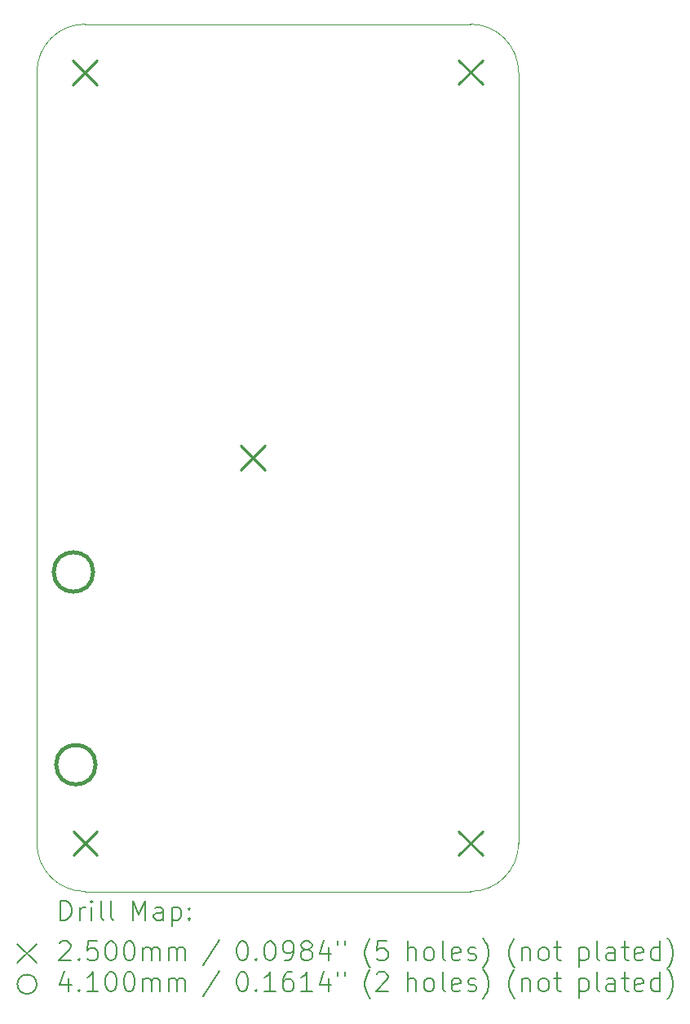
<source format=gbr>
%TF.GenerationSoftware,KiCad,Pcbnew,(7.0.0-0)*%
%TF.CreationDate,2023-05-15T11:59:51-04:00*%
%TF.ProjectId,4dapter,34646170-7465-4722-9e6b-696361645f70,rev?*%
%TF.SameCoordinates,Original*%
%TF.FileFunction,Drillmap*%
%TF.FilePolarity,Positive*%
%FSLAX45Y45*%
G04 Gerber Fmt 4.5, Leading zero omitted, Abs format (unit mm)*
G04 Created by KiCad (PCBNEW (7.0.0-0)) date 2023-05-15 11:59:51*
%MOMM*%
%LPD*%
G01*
G04 APERTURE LIST*
%ADD10C,0.050000*%
%ADD11C,0.200000*%
%ADD12C,0.250000*%
%ADD13C,0.410000*%
G04 APERTURE END LIST*
D10*
X15000000Y-5500000D02*
X15000000Y-13500000D01*
X10000000Y-5500000D02*
X10000000Y-13500000D01*
X15000000Y-5500000D02*
G75*
G03*
X14500000Y-5000000I-500000J0D01*
G01*
X14500000Y-14000000D02*
X10500000Y-14000000D01*
X10000000Y-13500000D02*
G75*
G03*
X10500000Y-14000000I500000J0D01*
G01*
X10500000Y-5000000D02*
X14500000Y-5000000D01*
X10500000Y-5000000D02*
G75*
G03*
X10000000Y-5500000I0J-500000D01*
G01*
X14500000Y-14000000D02*
G75*
G03*
X15000000Y-13500000I0J500000D01*
G01*
D11*
D12*
X10372820Y-5376640D02*
X10622820Y-5626640D01*
X10622820Y-5376640D02*
X10372820Y-5626640D01*
X10375000Y-13375000D02*
X10625000Y-13625000D01*
X10625000Y-13375000D02*
X10375000Y-13625000D01*
X12117223Y-9375000D02*
X12367223Y-9625000D01*
X12367223Y-9375000D02*
X12117223Y-9625000D01*
X14375000Y-5375000D02*
X14625000Y-5625000D01*
X14625000Y-5375000D02*
X14375000Y-5625000D01*
X14375000Y-13375000D02*
X14625000Y-13625000D01*
X14625000Y-13375000D02*
X14375000Y-13625000D01*
D13*
X10584320Y-10684560D02*
G75*
G03*
X10584320Y-10684560I-205000J0D01*
G01*
X10609320Y-12684560D02*
G75*
G03*
X10609320Y-12684560I-205000J0D01*
G01*
D11*
X10245119Y-14295976D02*
X10245119Y-14095976D01*
X10245119Y-14095976D02*
X10292738Y-14095976D01*
X10292738Y-14095976D02*
X10321310Y-14105500D01*
X10321310Y-14105500D02*
X10340357Y-14124548D01*
X10340357Y-14124548D02*
X10349881Y-14143595D01*
X10349881Y-14143595D02*
X10359405Y-14181690D01*
X10359405Y-14181690D02*
X10359405Y-14210262D01*
X10359405Y-14210262D02*
X10349881Y-14248357D01*
X10349881Y-14248357D02*
X10340357Y-14267405D01*
X10340357Y-14267405D02*
X10321310Y-14286452D01*
X10321310Y-14286452D02*
X10292738Y-14295976D01*
X10292738Y-14295976D02*
X10245119Y-14295976D01*
X10445119Y-14295976D02*
X10445119Y-14162643D01*
X10445119Y-14200738D02*
X10454643Y-14181690D01*
X10454643Y-14181690D02*
X10464167Y-14172167D01*
X10464167Y-14172167D02*
X10483214Y-14162643D01*
X10483214Y-14162643D02*
X10502262Y-14162643D01*
X10568929Y-14295976D02*
X10568929Y-14162643D01*
X10568929Y-14095976D02*
X10559405Y-14105500D01*
X10559405Y-14105500D02*
X10568929Y-14115024D01*
X10568929Y-14115024D02*
X10578452Y-14105500D01*
X10578452Y-14105500D02*
X10568929Y-14095976D01*
X10568929Y-14095976D02*
X10568929Y-14115024D01*
X10692738Y-14295976D02*
X10673690Y-14286452D01*
X10673690Y-14286452D02*
X10664167Y-14267405D01*
X10664167Y-14267405D02*
X10664167Y-14095976D01*
X10797500Y-14295976D02*
X10778452Y-14286452D01*
X10778452Y-14286452D02*
X10768929Y-14267405D01*
X10768929Y-14267405D02*
X10768929Y-14095976D01*
X10993690Y-14295976D02*
X10993690Y-14095976D01*
X10993690Y-14095976D02*
X11060357Y-14238833D01*
X11060357Y-14238833D02*
X11127024Y-14095976D01*
X11127024Y-14095976D02*
X11127024Y-14295976D01*
X11307976Y-14295976D02*
X11307976Y-14191214D01*
X11307976Y-14191214D02*
X11298452Y-14172167D01*
X11298452Y-14172167D02*
X11279405Y-14162643D01*
X11279405Y-14162643D02*
X11241309Y-14162643D01*
X11241309Y-14162643D02*
X11222262Y-14172167D01*
X11307976Y-14286452D02*
X11288928Y-14295976D01*
X11288928Y-14295976D02*
X11241309Y-14295976D01*
X11241309Y-14295976D02*
X11222262Y-14286452D01*
X11222262Y-14286452D02*
X11212738Y-14267405D01*
X11212738Y-14267405D02*
X11212738Y-14248357D01*
X11212738Y-14248357D02*
X11222262Y-14229309D01*
X11222262Y-14229309D02*
X11241309Y-14219786D01*
X11241309Y-14219786D02*
X11288928Y-14219786D01*
X11288928Y-14219786D02*
X11307976Y-14210262D01*
X11403214Y-14162643D02*
X11403214Y-14362643D01*
X11403214Y-14172167D02*
X11422262Y-14162643D01*
X11422262Y-14162643D02*
X11460357Y-14162643D01*
X11460357Y-14162643D02*
X11479405Y-14172167D01*
X11479405Y-14172167D02*
X11488928Y-14181690D01*
X11488928Y-14181690D02*
X11498452Y-14200738D01*
X11498452Y-14200738D02*
X11498452Y-14257881D01*
X11498452Y-14257881D02*
X11488928Y-14276928D01*
X11488928Y-14276928D02*
X11479405Y-14286452D01*
X11479405Y-14286452D02*
X11460357Y-14295976D01*
X11460357Y-14295976D02*
X11422262Y-14295976D01*
X11422262Y-14295976D02*
X11403214Y-14286452D01*
X11584167Y-14276928D02*
X11593690Y-14286452D01*
X11593690Y-14286452D02*
X11584167Y-14295976D01*
X11584167Y-14295976D02*
X11574643Y-14286452D01*
X11574643Y-14286452D02*
X11584167Y-14276928D01*
X11584167Y-14276928D02*
X11584167Y-14295976D01*
X11584167Y-14172167D02*
X11593690Y-14181690D01*
X11593690Y-14181690D02*
X11584167Y-14191214D01*
X11584167Y-14191214D02*
X11574643Y-14181690D01*
X11574643Y-14181690D02*
X11584167Y-14172167D01*
X11584167Y-14172167D02*
X11584167Y-14191214D01*
X9797500Y-14542500D02*
X9997500Y-14742500D01*
X9997500Y-14542500D02*
X9797500Y-14742500D01*
X10235595Y-14535024D02*
X10245119Y-14525500D01*
X10245119Y-14525500D02*
X10264167Y-14515976D01*
X10264167Y-14515976D02*
X10311786Y-14515976D01*
X10311786Y-14515976D02*
X10330833Y-14525500D01*
X10330833Y-14525500D02*
X10340357Y-14535024D01*
X10340357Y-14535024D02*
X10349881Y-14554071D01*
X10349881Y-14554071D02*
X10349881Y-14573119D01*
X10349881Y-14573119D02*
X10340357Y-14601690D01*
X10340357Y-14601690D02*
X10226071Y-14715976D01*
X10226071Y-14715976D02*
X10349881Y-14715976D01*
X10435595Y-14696928D02*
X10445119Y-14706452D01*
X10445119Y-14706452D02*
X10435595Y-14715976D01*
X10435595Y-14715976D02*
X10426071Y-14706452D01*
X10426071Y-14706452D02*
X10435595Y-14696928D01*
X10435595Y-14696928D02*
X10435595Y-14715976D01*
X10626071Y-14515976D02*
X10530833Y-14515976D01*
X10530833Y-14515976D02*
X10521310Y-14611214D01*
X10521310Y-14611214D02*
X10530833Y-14601690D01*
X10530833Y-14601690D02*
X10549881Y-14592167D01*
X10549881Y-14592167D02*
X10597500Y-14592167D01*
X10597500Y-14592167D02*
X10616548Y-14601690D01*
X10616548Y-14601690D02*
X10626071Y-14611214D01*
X10626071Y-14611214D02*
X10635595Y-14630262D01*
X10635595Y-14630262D02*
X10635595Y-14677881D01*
X10635595Y-14677881D02*
X10626071Y-14696928D01*
X10626071Y-14696928D02*
X10616548Y-14706452D01*
X10616548Y-14706452D02*
X10597500Y-14715976D01*
X10597500Y-14715976D02*
X10549881Y-14715976D01*
X10549881Y-14715976D02*
X10530833Y-14706452D01*
X10530833Y-14706452D02*
X10521310Y-14696928D01*
X10759405Y-14515976D02*
X10778452Y-14515976D01*
X10778452Y-14515976D02*
X10797500Y-14525500D01*
X10797500Y-14525500D02*
X10807024Y-14535024D01*
X10807024Y-14535024D02*
X10816548Y-14554071D01*
X10816548Y-14554071D02*
X10826071Y-14592167D01*
X10826071Y-14592167D02*
X10826071Y-14639786D01*
X10826071Y-14639786D02*
X10816548Y-14677881D01*
X10816548Y-14677881D02*
X10807024Y-14696928D01*
X10807024Y-14696928D02*
X10797500Y-14706452D01*
X10797500Y-14706452D02*
X10778452Y-14715976D01*
X10778452Y-14715976D02*
X10759405Y-14715976D01*
X10759405Y-14715976D02*
X10740357Y-14706452D01*
X10740357Y-14706452D02*
X10730833Y-14696928D01*
X10730833Y-14696928D02*
X10721310Y-14677881D01*
X10721310Y-14677881D02*
X10711786Y-14639786D01*
X10711786Y-14639786D02*
X10711786Y-14592167D01*
X10711786Y-14592167D02*
X10721310Y-14554071D01*
X10721310Y-14554071D02*
X10730833Y-14535024D01*
X10730833Y-14535024D02*
X10740357Y-14525500D01*
X10740357Y-14525500D02*
X10759405Y-14515976D01*
X10949881Y-14515976D02*
X10968929Y-14515976D01*
X10968929Y-14515976D02*
X10987976Y-14525500D01*
X10987976Y-14525500D02*
X10997500Y-14535024D01*
X10997500Y-14535024D02*
X11007024Y-14554071D01*
X11007024Y-14554071D02*
X11016548Y-14592167D01*
X11016548Y-14592167D02*
X11016548Y-14639786D01*
X11016548Y-14639786D02*
X11007024Y-14677881D01*
X11007024Y-14677881D02*
X10997500Y-14696928D01*
X10997500Y-14696928D02*
X10987976Y-14706452D01*
X10987976Y-14706452D02*
X10968929Y-14715976D01*
X10968929Y-14715976D02*
X10949881Y-14715976D01*
X10949881Y-14715976D02*
X10930833Y-14706452D01*
X10930833Y-14706452D02*
X10921310Y-14696928D01*
X10921310Y-14696928D02*
X10911786Y-14677881D01*
X10911786Y-14677881D02*
X10902262Y-14639786D01*
X10902262Y-14639786D02*
X10902262Y-14592167D01*
X10902262Y-14592167D02*
X10911786Y-14554071D01*
X10911786Y-14554071D02*
X10921310Y-14535024D01*
X10921310Y-14535024D02*
X10930833Y-14525500D01*
X10930833Y-14525500D02*
X10949881Y-14515976D01*
X11102262Y-14715976D02*
X11102262Y-14582643D01*
X11102262Y-14601690D02*
X11111786Y-14592167D01*
X11111786Y-14592167D02*
X11130833Y-14582643D01*
X11130833Y-14582643D02*
X11159405Y-14582643D01*
X11159405Y-14582643D02*
X11178452Y-14592167D01*
X11178452Y-14592167D02*
X11187976Y-14611214D01*
X11187976Y-14611214D02*
X11187976Y-14715976D01*
X11187976Y-14611214D02*
X11197500Y-14592167D01*
X11197500Y-14592167D02*
X11216548Y-14582643D01*
X11216548Y-14582643D02*
X11245119Y-14582643D01*
X11245119Y-14582643D02*
X11264167Y-14592167D01*
X11264167Y-14592167D02*
X11273690Y-14611214D01*
X11273690Y-14611214D02*
X11273690Y-14715976D01*
X11368929Y-14715976D02*
X11368929Y-14582643D01*
X11368929Y-14601690D02*
X11378452Y-14592167D01*
X11378452Y-14592167D02*
X11397500Y-14582643D01*
X11397500Y-14582643D02*
X11426071Y-14582643D01*
X11426071Y-14582643D02*
X11445119Y-14592167D01*
X11445119Y-14592167D02*
X11454643Y-14611214D01*
X11454643Y-14611214D02*
X11454643Y-14715976D01*
X11454643Y-14611214D02*
X11464167Y-14592167D01*
X11464167Y-14592167D02*
X11483214Y-14582643D01*
X11483214Y-14582643D02*
X11511786Y-14582643D01*
X11511786Y-14582643D02*
X11530833Y-14592167D01*
X11530833Y-14592167D02*
X11540357Y-14611214D01*
X11540357Y-14611214D02*
X11540357Y-14715976D01*
X11898452Y-14506452D02*
X11727024Y-14763595D01*
X12123214Y-14515976D02*
X12142262Y-14515976D01*
X12142262Y-14515976D02*
X12161310Y-14525500D01*
X12161310Y-14525500D02*
X12170833Y-14535024D01*
X12170833Y-14535024D02*
X12180357Y-14554071D01*
X12180357Y-14554071D02*
X12189881Y-14592167D01*
X12189881Y-14592167D02*
X12189881Y-14639786D01*
X12189881Y-14639786D02*
X12180357Y-14677881D01*
X12180357Y-14677881D02*
X12170833Y-14696928D01*
X12170833Y-14696928D02*
X12161310Y-14706452D01*
X12161310Y-14706452D02*
X12142262Y-14715976D01*
X12142262Y-14715976D02*
X12123214Y-14715976D01*
X12123214Y-14715976D02*
X12104167Y-14706452D01*
X12104167Y-14706452D02*
X12094643Y-14696928D01*
X12094643Y-14696928D02*
X12085119Y-14677881D01*
X12085119Y-14677881D02*
X12075595Y-14639786D01*
X12075595Y-14639786D02*
X12075595Y-14592167D01*
X12075595Y-14592167D02*
X12085119Y-14554071D01*
X12085119Y-14554071D02*
X12094643Y-14535024D01*
X12094643Y-14535024D02*
X12104167Y-14525500D01*
X12104167Y-14525500D02*
X12123214Y-14515976D01*
X12275595Y-14696928D02*
X12285119Y-14706452D01*
X12285119Y-14706452D02*
X12275595Y-14715976D01*
X12275595Y-14715976D02*
X12266071Y-14706452D01*
X12266071Y-14706452D02*
X12275595Y-14696928D01*
X12275595Y-14696928D02*
X12275595Y-14715976D01*
X12408929Y-14515976D02*
X12427976Y-14515976D01*
X12427976Y-14515976D02*
X12447024Y-14525500D01*
X12447024Y-14525500D02*
X12456548Y-14535024D01*
X12456548Y-14535024D02*
X12466071Y-14554071D01*
X12466071Y-14554071D02*
X12475595Y-14592167D01*
X12475595Y-14592167D02*
X12475595Y-14639786D01*
X12475595Y-14639786D02*
X12466071Y-14677881D01*
X12466071Y-14677881D02*
X12456548Y-14696928D01*
X12456548Y-14696928D02*
X12447024Y-14706452D01*
X12447024Y-14706452D02*
X12427976Y-14715976D01*
X12427976Y-14715976D02*
X12408929Y-14715976D01*
X12408929Y-14715976D02*
X12389881Y-14706452D01*
X12389881Y-14706452D02*
X12380357Y-14696928D01*
X12380357Y-14696928D02*
X12370833Y-14677881D01*
X12370833Y-14677881D02*
X12361310Y-14639786D01*
X12361310Y-14639786D02*
X12361310Y-14592167D01*
X12361310Y-14592167D02*
X12370833Y-14554071D01*
X12370833Y-14554071D02*
X12380357Y-14535024D01*
X12380357Y-14535024D02*
X12389881Y-14525500D01*
X12389881Y-14525500D02*
X12408929Y-14515976D01*
X12570833Y-14715976D02*
X12608929Y-14715976D01*
X12608929Y-14715976D02*
X12627976Y-14706452D01*
X12627976Y-14706452D02*
X12637500Y-14696928D01*
X12637500Y-14696928D02*
X12656548Y-14668357D01*
X12656548Y-14668357D02*
X12666071Y-14630262D01*
X12666071Y-14630262D02*
X12666071Y-14554071D01*
X12666071Y-14554071D02*
X12656548Y-14535024D01*
X12656548Y-14535024D02*
X12647024Y-14525500D01*
X12647024Y-14525500D02*
X12627976Y-14515976D01*
X12627976Y-14515976D02*
X12589881Y-14515976D01*
X12589881Y-14515976D02*
X12570833Y-14525500D01*
X12570833Y-14525500D02*
X12561310Y-14535024D01*
X12561310Y-14535024D02*
X12551786Y-14554071D01*
X12551786Y-14554071D02*
X12551786Y-14601690D01*
X12551786Y-14601690D02*
X12561310Y-14620738D01*
X12561310Y-14620738D02*
X12570833Y-14630262D01*
X12570833Y-14630262D02*
X12589881Y-14639786D01*
X12589881Y-14639786D02*
X12627976Y-14639786D01*
X12627976Y-14639786D02*
X12647024Y-14630262D01*
X12647024Y-14630262D02*
X12656548Y-14620738D01*
X12656548Y-14620738D02*
X12666071Y-14601690D01*
X12780357Y-14601690D02*
X12761310Y-14592167D01*
X12761310Y-14592167D02*
X12751786Y-14582643D01*
X12751786Y-14582643D02*
X12742262Y-14563595D01*
X12742262Y-14563595D02*
X12742262Y-14554071D01*
X12742262Y-14554071D02*
X12751786Y-14535024D01*
X12751786Y-14535024D02*
X12761310Y-14525500D01*
X12761310Y-14525500D02*
X12780357Y-14515976D01*
X12780357Y-14515976D02*
X12818452Y-14515976D01*
X12818452Y-14515976D02*
X12837500Y-14525500D01*
X12837500Y-14525500D02*
X12847024Y-14535024D01*
X12847024Y-14535024D02*
X12856548Y-14554071D01*
X12856548Y-14554071D02*
X12856548Y-14563595D01*
X12856548Y-14563595D02*
X12847024Y-14582643D01*
X12847024Y-14582643D02*
X12837500Y-14592167D01*
X12837500Y-14592167D02*
X12818452Y-14601690D01*
X12818452Y-14601690D02*
X12780357Y-14601690D01*
X12780357Y-14601690D02*
X12761310Y-14611214D01*
X12761310Y-14611214D02*
X12751786Y-14620738D01*
X12751786Y-14620738D02*
X12742262Y-14639786D01*
X12742262Y-14639786D02*
X12742262Y-14677881D01*
X12742262Y-14677881D02*
X12751786Y-14696928D01*
X12751786Y-14696928D02*
X12761310Y-14706452D01*
X12761310Y-14706452D02*
X12780357Y-14715976D01*
X12780357Y-14715976D02*
X12818452Y-14715976D01*
X12818452Y-14715976D02*
X12837500Y-14706452D01*
X12837500Y-14706452D02*
X12847024Y-14696928D01*
X12847024Y-14696928D02*
X12856548Y-14677881D01*
X12856548Y-14677881D02*
X12856548Y-14639786D01*
X12856548Y-14639786D02*
X12847024Y-14620738D01*
X12847024Y-14620738D02*
X12837500Y-14611214D01*
X12837500Y-14611214D02*
X12818452Y-14601690D01*
X13027976Y-14582643D02*
X13027976Y-14715976D01*
X12980357Y-14506452D02*
X12932738Y-14649309D01*
X12932738Y-14649309D02*
X13056548Y-14649309D01*
X13123214Y-14515976D02*
X13123214Y-14554071D01*
X13199405Y-14515976D02*
X13199405Y-14554071D01*
X13462262Y-14792167D02*
X13452738Y-14782643D01*
X13452738Y-14782643D02*
X13433691Y-14754071D01*
X13433691Y-14754071D02*
X13424167Y-14735024D01*
X13424167Y-14735024D02*
X13414643Y-14706452D01*
X13414643Y-14706452D02*
X13405119Y-14658833D01*
X13405119Y-14658833D02*
X13405119Y-14620738D01*
X13405119Y-14620738D02*
X13414643Y-14573119D01*
X13414643Y-14573119D02*
X13424167Y-14544548D01*
X13424167Y-14544548D02*
X13433691Y-14525500D01*
X13433691Y-14525500D02*
X13452738Y-14496928D01*
X13452738Y-14496928D02*
X13462262Y-14487405D01*
X13633691Y-14515976D02*
X13538452Y-14515976D01*
X13538452Y-14515976D02*
X13528929Y-14611214D01*
X13528929Y-14611214D02*
X13538452Y-14601690D01*
X13538452Y-14601690D02*
X13557500Y-14592167D01*
X13557500Y-14592167D02*
X13605119Y-14592167D01*
X13605119Y-14592167D02*
X13624167Y-14601690D01*
X13624167Y-14601690D02*
X13633691Y-14611214D01*
X13633691Y-14611214D02*
X13643214Y-14630262D01*
X13643214Y-14630262D02*
X13643214Y-14677881D01*
X13643214Y-14677881D02*
X13633691Y-14696928D01*
X13633691Y-14696928D02*
X13624167Y-14706452D01*
X13624167Y-14706452D02*
X13605119Y-14715976D01*
X13605119Y-14715976D02*
X13557500Y-14715976D01*
X13557500Y-14715976D02*
X13538452Y-14706452D01*
X13538452Y-14706452D02*
X13528929Y-14696928D01*
X13848929Y-14715976D02*
X13848929Y-14515976D01*
X13934643Y-14715976D02*
X13934643Y-14611214D01*
X13934643Y-14611214D02*
X13925119Y-14592167D01*
X13925119Y-14592167D02*
X13906072Y-14582643D01*
X13906072Y-14582643D02*
X13877500Y-14582643D01*
X13877500Y-14582643D02*
X13858452Y-14592167D01*
X13858452Y-14592167D02*
X13848929Y-14601690D01*
X14058452Y-14715976D02*
X14039405Y-14706452D01*
X14039405Y-14706452D02*
X14029881Y-14696928D01*
X14029881Y-14696928D02*
X14020357Y-14677881D01*
X14020357Y-14677881D02*
X14020357Y-14620738D01*
X14020357Y-14620738D02*
X14029881Y-14601690D01*
X14029881Y-14601690D02*
X14039405Y-14592167D01*
X14039405Y-14592167D02*
X14058452Y-14582643D01*
X14058452Y-14582643D02*
X14087024Y-14582643D01*
X14087024Y-14582643D02*
X14106072Y-14592167D01*
X14106072Y-14592167D02*
X14115595Y-14601690D01*
X14115595Y-14601690D02*
X14125119Y-14620738D01*
X14125119Y-14620738D02*
X14125119Y-14677881D01*
X14125119Y-14677881D02*
X14115595Y-14696928D01*
X14115595Y-14696928D02*
X14106072Y-14706452D01*
X14106072Y-14706452D02*
X14087024Y-14715976D01*
X14087024Y-14715976D02*
X14058452Y-14715976D01*
X14239405Y-14715976D02*
X14220357Y-14706452D01*
X14220357Y-14706452D02*
X14210833Y-14687405D01*
X14210833Y-14687405D02*
X14210833Y-14515976D01*
X14391786Y-14706452D02*
X14372738Y-14715976D01*
X14372738Y-14715976D02*
X14334643Y-14715976D01*
X14334643Y-14715976D02*
X14315595Y-14706452D01*
X14315595Y-14706452D02*
X14306072Y-14687405D01*
X14306072Y-14687405D02*
X14306072Y-14611214D01*
X14306072Y-14611214D02*
X14315595Y-14592167D01*
X14315595Y-14592167D02*
X14334643Y-14582643D01*
X14334643Y-14582643D02*
X14372738Y-14582643D01*
X14372738Y-14582643D02*
X14391786Y-14592167D01*
X14391786Y-14592167D02*
X14401310Y-14611214D01*
X14401310Y-14611214D02*
X14401310Y-14630262D01*
X14401310Y-14630262D02*
X14306072Y-14649309D01*
X14477500Y-14706452D02*
X14496548Y-14715976D01*
X14496548Y-14715976D02*
X14534643Y-14715976D01*
X14534643Y-14715976D02*
X14553691Y-14706452D01*
X14553691Y-14706452D02*
X14563214Y-14687405D01*
X14563214Y-14687405D02*
X14563214Y-14677881D01*
X14563214Y-14677881D02*
X14553691Y-14658833D01*
X14553691Y-14658833D02*
X14534643Y-14649309D01*
X14534643Y-14649309D02*
X14506072Y-14649309D01*
X14506072Y-14649309D02*
X14487024Y-14639786D01*
X14487024Y-14639786D02*
X14477500Y-14620738D01*
X14477500Y-14620738D02*
X14477500Y-14611214D01*
X14477500Y-14611214D02*
X14487024Y-14592167D01*
X14487024Y-14592167D02*
X14506072Y-14582643D01*
X14506072Y-14582643D02*
X14534643Y-14582643D01*
X14534643Y-14582643D02*
X14553691Y-14592167D01*
X14629881Y-14792167D02*
X14639405Y-14782643D01*
X14639405Y-14782643D02*
X14658453Y-14754071D01*
X14658453Y-14754071D02*
X14667976Y-14735024D01*
X14667976Y-14735024D02*
X14677500Y-14706452D01*
X14677500Y-14706452D02*
X14687024Y-14658833D01*
X14687024Y-14658833D02*
X14687024Y-14620738D01*
X14687024Y-14620738D02*
X14677500Y-14573119D01*
X14677500Y-14573119D02*
X14667976Y-14544548D01*
X14667976Y-14544548D02*
X14658453Y-14525500D01*
X14658453Y-14525500D02*
X14639405Y-14496928D01*
X14639405Y-14496928D02*
X14629881Y-14487405D01*
X14959405Y-14792167D02*
X14949881Y-14782643D01*
X14949881Y-14782643D02*
X14930833Y-14754071D01*
X14930833Y-14754071D02*
X14921310Y-14735024D01*
X14921310Y-14735024D02*
X14911786Y-14706452D01*
X14911786Y-14706452D02*
X14902262Y-14658833D01*
X14902262Y-14658833D02*
X14902262Y-14620738D01*
X14902262Y-14620738D02*
X14911786Y-14573119D01*
X14911786Y-14573119D02*
X14921310Y-14544548D01*
X14921310Y-14544548D02*
X14930833Y-14525500D01*
X14930833Y-14525500D02*
X14949881Y-14496928D01*
X14949881Y-14496928D02*
X14959405Y-14487405D01*
X15035595Y-14582643D02*
X15035595Y-14715976D01*
X15035595Y-14601690D02*
X15045119Y-14592167D01*
X15045119Y-14592167D02*
X15064167Y-14582643D01*
X15064167Y-14582643D02*
X15092738Y-14582643D01*
X15092738Y-14582643D02*
X15111786Y-14592167D01*
X15111786Y-14592167D02*
X15121310Y-14611214D01*
X15121310Y-14611214D02*
X15121310Y-14715976D01*
X15245119Y-14715976D02*
X15226072Y-14706452D01*
X15226072Y-14706452D02*
X15216548Y-14696928D01*
X15216548Y-14696928D02*
X15207024Y-14677881D01*
X15207024Y-14677881D02*
X15207024Y-14620738D01*
X15207024Y-14620738D02*
X15216548Y-14601690D01*
X15216548Y-14601690D02*
X15226072Y-14592167D01*
X15226072Y-14592167D02*
X15245119Y-14582643D01*
X15245119Y-14582643D02*
X15273691Y-14582643D01*
X15273691Y-14582643D02*
X15292738Y-14592167D01*
X15292738Y-14592167D02*
X15302262Y-14601690D01*
X15302262Y-14601690D02*
X15311786Y-14620738D01*
X15311786Y-14620738D02*
X15311786Y-14677881D01*
X15311786Y-14677881D02*
X15302262Y-14696928D01*
X15302262Y-14696928D02*
X15292738Y-14706452D01*
X15292738Y-14706452D02*
X15273691Y-14715976D01*
X15273691Y-14715976D02*
X15245119Y-14715976D01*
X15368929Y-14582643D02*
X15445119Y-14582643D01*
X15397500Y-14515976D02*
X15397500Y-14687405D01*
X15397500Y-14687405D02*
X15407024Y-14706452D01*
X15407024Y-14706452D02*
X15426072Y-14715976D01*
X15426072Y-14715976D02*
X15445119Y-14715976D01*
X15631786Y-14582643D02*
X15631786Y-14782643D01*
X15631786Y-14592167D02*
X15650833Y-14582643D01*
X15650833Y-14582643D02*
X15688929Y-14582643D01*
X15688929Y-14582643D02*
X15707976Y-14592167D01*
X15707976Y-14592167D02*
X15717500Y-14601690D01*
X15717500Y-14601690D02*
X15727024Y-14620738D01*
X15727024Y-14620738D02*
X15727024Y-14677881D01*
X15727024Y-14677881D02*
X15717500Y-14696928D01*
X15717500Y-14696928D02*
X15707976Y-14706452D01*
X15707976Y-14706452D02*
X15688929Y-14715976D01*
X15688929Y-14715976D02*
X15650833Y-14715976D01*
X15650833Y-14715976D02*
X15631786Y-14706452D01*
X15841310Y-14715976D02*
X15822262Y-14706452D01*
X15822262Y-14706452D02*
X15812738Y-14687405D01*
X15812738Y-14687405D02*
X15812738Y-14515976D01*
X16003214Y-14715976D02*
X16003214Y-14611214D01*
X16003214Y-14611214D02*
X15993691Y-14592167D01*
X15993691Y-14592167D02*
X15974643Y-14582643D01*
X15974643Y-14582643D02*
X15936548Y-14582643D01*
X15936548Y-14582643D02*
X15917500Y-14592167D01*
X16003214Y-14706452D02*
X15984167Y-14715976D01*
X15984167Y-14715976D02*
X15936548Y-14715976D01*
X15936548Y-14715976D02*
X15917500Y-14706452D01*
X15917500Y-14706452D02*
X15907976Y-14687405D01*
X15907976Y-14687405D02*
X15907976Y-14668357D01*
X15907976Y-14668357D02*
X15917500Y-14649309D01*
X15917500Y-14649309D02*
X15936548Y-14639786D01*
X15936548Y-14639786D02*
X15984167Y-14639786D01*
X15984167Y-14639786D02*
X16003214Y-14630262D01*
X16069881Y-14582643D02*
X16146072Y-14582643D01*
X16098453Y-14515976D02*
X16098453Y-14687405D01*
X16098453Y-14687405D02*
X16107976Y-14706452D01*
X16107976Y-14706452D02*
X16127024Y-14715976D01*
X16127024Y-14715976D02*
X16146072Y-14715976D01*
X16288929Y-14706452D02*
X16269881Y-14715976D01*
X16269881Y-14715976D02*
X16231786Y-14715976D01*
X16231786Y-14715976D02*
X16212738Y-14706452D01*
X16212738Y-14706452D02*
X16203214Y-14687405D01*
X16203214Y-14687405D02*
X16203214Y-14611214D01*
X16203214Y-14611214D02*
X16212738Y-14592167D01*
X16212738Y-14592167D02*
X16231786Y-14582643D01*
X16231786Y-14582643D02*
X16269881Y-14582643D01*
X16269881Y-14582643D02*
X16288929Y-14592167D01*
X16288929Y-14592167D02*
X16298453Y-14611214D01*
X16298453Y-14611214D02*
X16298453Y-14630262D01*
X16298453Y-14630262D02*
X16203214Y-14649309D01*
X16469881Y-14715976D02*
X16469881Y-14515976D01*
X16469881Y-14706452D02*
X16450834Y-14715976D01*
X16450834Y-14715976D02*
X16412738Y-14715976D01*
X16412738Y-14715976D02*
X16393691Y-14706452D01*
X16393691Y-14706452D02*
X16384167Y-14696928D01*
X16384167Y-14696928D02*
X16374643Y-14677881D01*
X16374643Y-14677881D02*
X16374643Y-14620738D01*
X16374643Y-14620738D02*
X16384167Y-14601690D01*
X16384167Y-14601690D02*
X16393691Y-14592167D01*
X16393691Y-14592167D02*
X16412738Y-14582643D01*
X16412738Y-14582643D02*
X16450834Y-14582643D01*
X16450834Y-14582643D02*
X16469881Y-14592167D01*
X16546072Y-14792167D02*
X16555595Y-14782643D01*
X16555595Y-14782643D02*
X16574643Y-14754071D01*
X16574643Y-14754071D02*
X16584167Y-14735024D01*
X16584167Y-14735024D02*
X16593691Y-14706452D01*
X16593691Y-14706452D02*
X16603214Y-14658833D01*
X16603214Y-14658833D02*
X16603214Y-14620738D01*
X16603214Y-14620738D02*
X16593691Y-14573119D01*
X16593691Y-14573119D02*
X16584167Y-14544548D01*
X16584167Y-14544548D02*
X16574643Y-14525500D01*
X16574643Y-14525500D02*
X16555595Y-14496928D01*
X16555595Y-14496928D02*
X16546072Y-14487405D01*
X9997500Y-14962500D02*
G75*
G03*
X9997500Y-14962500I-100000J0D01*
G01*
X10330833Y-14902643D02*
X10330833Y-15035976D01*
X10283214Y-14826452D02*
X10235595Y-14969309D01*
X10235595Y-14969309D02*
X10359405Y-14969309D01*
X10435595Y-15016928D02*
X10445119Y-15026452D01*
X10445119Y-15026452D02*
X10435595Y-15035976D01*
X10435595Y-15035976D02*
X10426071Y-15026452D01*
X10426071Y-15026452D02*
X10435595Y-15016928D01*
X10435595Y-15016928D02*
X10435595Y-15035976D01*
X10635595Y-15035976D02*
X10521310Y-15035976D01*
X10578452Y-15035976D02*
X10578452Y-14835976D01*
X10578452Y-14835976D02*
X10559405Y-14864548D01*
X10559405Y-14864548D02*
X10540357Y-14883595D01*
X10540357Y-14883595D02*
X10521310Y-14893119D01*
X10759405Y-14835976D02*
X10778452Y-14835976D01*
X10778452Y-14835976D02*
X10797500Y-14845500D01*
X10797500Y-14845500D02*
X10807024Y-14855024D01*
X10807024Y-14855024D02*
X10816548Y-14874071D01*
X10816548Y-14874071D02*
X10826071Y-14912167D01*
X10826071Y-14912167D02*
X10826071Y-14959786D01*
X10826071Y-14959786D02*
X10816548Y-14997881D01*
X10816548Y-14997881D02*
X10807024Y-15016928D01*
X10807024Y-15016928D02*
X10797500Y-15026452D01*
X10797500Y-15026452D02*
X10778452Y-15035976D01*
X10778452Y-15035976D02*
X10759405Y-15035976D01*
X10759405Y-15035976D02*
X10740357Y-15026452D01*
X10740357Y-15026452D02*
X10730833Y-15016928D01*
X10730833Y-15016928D02*
X10721310Y-14997881D01*
X10721310Y-14997881D02*
X10711786Y-14959786D01*
X10711786Y-14959786D02*
X10711786Y-14912167D01*
X10711786Y-14912167D02*
X10721310Y-14874071D01*
X10721310Y-14874071D02*
X10730833Y-14855024D01*
X10730833Y-14855024D02*
X10740357Y-14845500D01*
X10740357Y-14845500D02*
X10759405Y-14835976D01*
X10949881Y-14835976D02*
X10968929Y-14835976D01*
X10968929Y-14835976D02*
X10987976Y-14845500D01*
X10987976Y-14845500D02*
X10997500Y-14855024D01*
X10997500Y-14855024D02*
X11007024Y-14874071D01*
X11007024Y-14874071D02*
X11016548Y-14912167D01*
X11016548Y-14912167D02*
X11016548Y-14959786D01*
X11016548Y-14959786D02*
X11007024Y-14997881D01*
X11007024Y-14997881D02*
X10997500Y-15016928D01*
X10997500Y-15016928D02*
X10987976Y-15026452D01*
X10987976Y-15026452D02*
X10968929Y-15035976D01*
X10968929Y-15035976D02*
X10949881Y-15035976D01*
X10949881Y-15035976D02*
X10930833Y-15026452D01*
X10930833Y-15026452D02*
X10921310Y-15016928D01*
X10921310Y-15016928D02*
X10911786Y-14997881D01*
X10911786Y-14997881D02*
X10902262Y-14959786D01*
X10902262Y-14959786D02*
X10902262Y-14912167D01*
X10902262Y-14912167D02*
X10911786Y-14874071D01*
X10911786Y-14874071D02*
X10921310Y-14855024D01*
X10921310Y-14855024D02*
X10930833Y-14845500D01*
X10930833Y-14845500D02*
X10949881Y-14835976D01*
X11102262Y-15035976D02*
X11102262Y-14902643D01*
X11102262Y-14921690D02*
X11111786Y-14912167D01*
X11111786Y-14912167D02*
X11130833Y-14902643D01*
X11130833Y-14902643D02*
X11159405Y-14902643D01*
X11159405Y-14902643D02*
X11178452Y-14912167D01*
X11178452Y-14912167D02*
X11187976Y-14931214D01*
X11187976Y-14931214D02*
X11187976Y-15035976D01*
X11187976Y-14931214D02*
X11197500Y-14912167D01*
X11197500Y-14912167D02*
X11216548Y-14902643D01*
X11216548Y-14902643D02*
X11245119Y-14902643D01*
X11245119Y-14902643D02*
X11264167Y-14912167D01*
X11264167Y-14912167D02*
X11273690Y-14931214D01*
X11273690Y-14931214D02*
X11273690Y-15035976D01*
X11368929Y-15035976D02*
X11368929Y-14902643D01*
X11368929Y-14921690D02*
X11378452Y-14912167D01*
X11378452Y-14912167D02*
X11397500Y-14902643D01*
X11397500Y-14902643D02*
X11426071Y-14902643D01*
X11426071Y-14902643D02*
X11445119Y-14912167D01*
X11445119Y-14912167D02*
X11454643Y-14931214D01*
X11454643Y-14931214D02*
X11454643Y-15035976D01*
X11454643Y-14931214D02*
X11464167Y-14912167D01*
X11464167Y-14912167D02*
X11483214Y-14902643D01*
X11483214Y-14902643D02*
X11511786Y-14902643D01*
X11511786Y-14902643D02*
X11530833Y-14912167D01*
X11530833Y-14912167D02*
X11540357Y-14931214D01*
X11540357Y-14931214D02*
X11540357Y-15035976D01*
X11898452Y-14826452D02*
X11727024Y-15083595D01*
X12123214Y-14835976D02*
X12142262Y-14835976D01*
X12142262Y-14835976D02*
X12161310Y-14845500D01*
X12161310Y-14845500D02*
X12170833Y-14855024D01*
X12170833Y-14855024D02*
X12180357Y-14874071D01*
X12180357Y-14874071D02*
X12189881Y-14912167D01*
X12189881Y-14912167D02*
X12189881Y-14959786D01*
X12189881Y-14959786D02*
X12180357Y-14997881D01*
X12180357Y-14997881D02*
X12170833Y-15016928D01*
X12170833Y-15016928D02*
X12161310Y-15026452D01*
X12161310Y-15026452D02*
X12142262Y-15035976D01*
X12142262Y-15035976D02*
X12123214Y-15035976D01*
X12123214Y-15035976D02*
X12104167Y-15026452D01*
X12104167Y-15026452D02*
X12094643Y-15016928D01*
X12094643Y-15016928D02*
X12085119Y-14997881D01*
X12085119Y-14997881D02*
X12075595Y-14959786D01*
X12075595Y-14959786D02*
X12075595Y-14912167D01*
X12075595Y-14912167D02*
X12085119Y-14874071D01*
X12085119Y-14874071D02*
X12094643Y-14855024D01*
X12094643Y-14855024D02*
X12104167Y-14845500D01*
X12104167Y-14845500D02*
X12123214Y-14835976D01*
X12275595Y-15016928D02*
X12285119Y-15026452D01*
X12285119Y-15026452D02*
X12275595Y-15035976D01*
X12275595Y-15035976D02*
X12266071Y-15026452D01*
X12266071Y-15026452D02*
X12275595Y-15016928D01*
X12275595Y-15016928D02*
X12275595Y-15035976D01*
X12475595Y-15035976D02*
X12361310Y-15035976D01*
X12418452Y-15035976D02*
X12418452Y-14835976D01*
X12418452Y-14835976D02*
X12399405Y-14864548D01*
X12399405Y-14864548D02*
X12380357Y-14883595D01*
X12380357Y-14883595D02*
X12361310Y-14893119D01*
X12647024Y-14835976D02*
X12608929Y-14835976D01*
X12608929Y-14835976D02*
X12589881Y-14845500D01*
X12589881Y-14845500D02*
X12580357Y-14855024D01*
X12580357Y-14855024D02*
X12561310Y-14883595D01*
X12561310Y-14883595D02*
X12551786Y-14921690D01*
X12551786Y-14921690D02*
X12551786Y-14997881D01*
X12551786Y-14997881D02*
X12561310Y-15016928D01*
X12561310Y-15016928D02*
X12570833Y-15026452D01*
X12570833Y-15026452D02*
X12589881Y-15035976D01*
X12589881Y-15035976D02*
X12627976Y-15035976D01*
X12627976Y-15035976D02*
X12647024Y-15026452D01*
X12647024Y-15026452D02*
X12656548Y-15016928D01*
X12656548Y-15016928D02*
X12666071Y-14997881D01*
X12666071Y-14997881D02*
X12666071Y-14950262D01*
X12666071Y-14950262D02*
X12656548Y-14931214D01*
X12656548Y-14931214D02*
X12647024Y-14921690D01*
X12647024Y-14921690D02*
X12627976Y-14912167D01*
X12627976Y-14912167D02*
X12589881Y-14912167D01*
X12589881Y-14912167D02*
X12570833Y-14921690D01*
X12570833Y-14921690D02*
X12561310Y-14931214D01*
X12561310Y-14931214D02*
X12551786Y-14950262D01*
X12856548Y-15035976D02*
X12742262Y-15035976D01*
X12799405Y-15035976D02*
X12799405Y-14835976D01*
X12799405Y-14835976D02*
X12780357Y-14864548D01*
X12780357Y-14864548D02*
X12761310Y-14883595D01*
X12761310Y-14883595D02*
X12742262Y-14893119D01*
X13027976Y-14902643D02*
X13027976Y-15035976D01*
X12980357Y-14826452D02*
X12932738Y-14969309D01*
X12932738Y-14969309D02*
X13056548Y-14969309D01*
X13123214Y-14835976D02*
X13123214Y-14874071D01*
X13199405Y-14835976D02*
X13199405Y-14874071D01*
X13462262Y-15112167D02*
X13452738Y-15102643D01*
X13452738Y-15102643D02*
X13433691Y-15074071D01*
X13433691Y-15074071D02*
X13424167Y-15055024D01*
X13424167Y-15055024D02*
X13414643Y-15026452D01*
X13414643Y-15026452D02*
X13405119Y-14978833D01*
X13405119Y-14978833D02*
X13405119Y-14940738D01*
X13405119Y-14940738D02*
X13414643Y-14893119D01*
X13414643Y-14893119D02*
X13424167Y-14864548D01*
X13424167Y-14864548D02*
X13433691Y-14845500D01*
X13433691Y-14845500D02*
X13452738Y-14816928D01*
X13452738Y-14816928D02*
X13462262Y-14807405D01*
X13528929Y-14855024D02*
X13538452Y-14845500D01*
X13538452Y-14845500D02*
X13557500Y-14835976D01*
X13557500Y-14835976D02*
X13605119Y-14835976D01*
X13605119Y-14835976D02*
X13624167Y-14845500D01*
X13624167Y-14845500D02*
X13633691Y-14855024D01*
X13633691Y-14855024D02*
X13643214Y-14874071D01*
X13643214Y-14874071D02*
X13643214Y-14893119D01*
X13643214Y-14893119D02*
X13633691Y-14921690D01*
X13633691Y-14921690D02*
X13519405Y-15035976D01*
X13519405Y-15035976D02*
X13643214Y-15035976D01*
X13848929Y-15035976D02*
X13848929Y-14835976D01*
X13934643Y-15035976D02*
X13934643Y-14931214D01*
X13934643Y-14931214D02*
X13925119Y-14912167D01*
X13925119Y-14912167D02*
X13906072Y-14902643D01*
X13906072Y-14902643D02*
X13877500Y-14902643D01*
X13877500Y-14902643D02*
X13858452Y-14912167D01*
X13858452Y-14912167D02*
X13848929Y-14921690D01*
X14058452Y-15035976D02*
X14039405Y-15026452D01*
X14039405Y-15026452D02*
X14029881Y-15016928D01*
X14029881Y-15016928D02*
X14020357Y-14997881D01*
X14020357Y-14997881D02*
X14020357Y-14940738D01*
X14020357Y-14940738D02*
X14029881Y-14921690D01*
X14029881Y-14921690D02*
X14039405Y-14912167D01*
X14039405Y-14912167D02*
X14058452Y-14902643D01*
X14058452Y-14902643D02*
X14087024Y-14902643D01*
X14087024Y-14902643D02*
X14106072Y-14912167D01*
X14106072Y-14912167D02*
X14115595Y-14921690D01*
X14115595Y-14921690D02*
X14125119Y-14940738D01*
X14125119Y-14940738D02*
X14125119Y-14997881D01*
X14125119Y-14997881D02*
X14115595Y-15016928D01*
X14115595Y-15016928D02*
X14106072Y-15026452D01*
X14106072Y-15026452D02*
X14087024Y-15035976D01*
X14087024Y-15035976D02*
X14058452Y-15035976D01*
X14239405Y-15035976D02*
X14220357Y-15026452D01*
X14220357Y-15026452D02*
X14210833Y-15007405D01*
X14210833Y-15007405D02*
X14210833Y-14835976D01*
X14391786Y-15026452D02*
X14372738Y-15035976D01*
X14372738Y-15035976D02*
X14334643Y-15035976D01*
X14334643Y-15035976D02*
X14315595Y-15026452D01*
X14315595Y-15026452D02*
X14306072Y-15007405D01*
X14306072Y-15007405D02*
X14306072Y-14931214D01*
X14306072Y-14931214D02*
X14315595Y-14912167D01*
X14315595Y-14912167D02*
X14334643Y-14902643D01*
X14334643Y-14902643D02*
X14372738Y-14902643D01*
X14372738Y-14902643D02*
X14391786Y-14912167D01*
X14391786Y-14912167D02*
X14401310Y-14931214D01*
X14401310Y-14931214D02*
X14401310Y-14950262D01*
X14401310Y-14950262D02*
X14306072Y-14969309D01*
X14477500Y-15026452D02*
X14496548Y-15035976D01*
X14496548Y-15035976D02*
X14534643Y-15035976D01*
X14534643Y-15035976D02*
X14553691Y-15026452D01*
X14553691Y-15026452D02*
X14563214Y-15007405D01*
X14563214Y-15007405D02*
X14563214Y-14997881D01*
X14563214Y-14997881D02*
X14553691Y-14978833D01*
X14553691Y-14978833D02*
X14534643Y-14969309D01*
X14534643Y-14969309D02*
X14506072Y-14969309D01*
X14506072Y-14969309D02*
X14487024Y-14959786D01*
X14487024Y-14959786D02*
X14477500Y-14940738D01*
X14477500Y-14940738D02*
X14477500Y-14931214D01*
X14477500Y-14931214D02*
X14487024Y-14912167D01*
X14487024Y-14912167D02*
X14506072Y-14902643D01*
X14506072Y-14902643D02*
X14534643Y-14902643D01*
X14534643Y-14902643D02*
X14553691Y-14912167D01*
X14629881Y-15112167D02*
X14639405Y-15102643D01*
X14639405Y-15102643D02*
X14658453Y-15074071D01*
X14658453Y-15074071D02*
X14667976Y-15055024D01*
X14667976Y-15055024D02*
X14677500Y-15026452D01*
X14677500Y-15026452D02*
X14687024Y-14978833D01*
X14687024Y-14978833D02*
X14687024Y-14940738D01*
X14687024Y-14940738D02*
X14677500Y-14893119D01*
X14677500Y-14893119D02*
X14667976Y-14864548D01*
X14667976Y-14864548D02*
X14658453Y-14845500D01*
X14658453Y-14845500D02*
X14639405Y-14816928D01*
X14639405Y-14816928D02*
X14629881Y-14807405D01*
X14959405Y-15112167D02*
X14949881Y-15102643D01*
X14949881Y-15102643D02*
X14930833Y-15074071D01*
X14930833Y-15074071D02*
X14921310Y-15055024D01*
X14921310Y-15055024D02*
X14911786Y-15026452D01*
X14911786Y-15026452D02*
X14902262Y-14978833D01*
X14902262Y-14978833D02*
X14902262Y-14940738D01*
X14902262Y-14940738D02*
X14911786Y-14893119D01*
X14911786Y-14893119D02*
X14921310Y-14864548D01*
X14921310Y-14864548D02*
X14930833Y-14845500D01*
X14930833Y-14845500D02*
X14949881Y-14816928D01*
X14949881Y-14816928D02*
X14959405Y-14807405D01*
X15035595Y-14902643D02*
X15035595Y-15035976D01*
X15035595Y-14921690D02*
X15045119Y-14912167D01*
X15045119Y-14912167D02*
X15064167Y-14902643D01*
X15064167Y-14902643D02*
X15092738Y-14902643D01*
X15092738Y-14902643D02*
X15111786Y-14912167D01*
X15111786Y-14912167D02*
X15121310Y-14931214D01*
X15121310Y-14931214D02*
X15121310Y-15035976D01*
X15245119Y-15035976D02*
X15226072Y-15026452D01*
X15226072Y-15026452D02*
X15216548Y-15016928D01*
X15216548Y-15016928D02*
X15207024Y-14997881D01*
X15207024Y-14997881D02*
X15207024Y-14940738D01*
X15207024Y-14940738D02*
X15216548Y-14921690D01*
X15216548Y-14921690D02*
X15226072Y-14912167D01*
X15226072Y-14912167D02*
X15245119Y-14902643D01*
X15245119Y-14902643D02*
X15273691Y-14902643D01*
X15273691Y-14902643D02*
X15292738Y-14912167D01*
X15292738Y-14912167D02*
X15302262Y-14921690D01*
X15302262Y-14921690D02*
X15311786Y-14940738D01*
X15311786Y-14940738D02*
X15311786Y-14997881D01*
X15311786Y-14997881D02*
X15302262Y-15016928D01*
X15302262Y-15016928D02*
X15292738Y-15026452D01*
X15292738Y-15026452D02*
X15273691Y-15035976D01*
X15273691Y-15035976D02*
X15245119Y-15035976D01*
X15368929Y-14902643D02*
X15445119Y-14902643D01*
X15397500Y-14835976D02*
X15397500Y-15007405D01*
X15397500Y-15007405D02*
X15407024Y-15026452D01*
X15407024Y-15026452D02*
X15426072Y-15035976D01*
X15426072Y-15035976D02*
X15445119Y-15035976D01*
X15631786Y-14902643D02*
X15631786Y-15102643D01*
X15631786Y-14912167D02*
X15650833Y-14902643D01*
X15650833Y-14902643D02*
X15688929Y-14902643D01*
X15688929Y-14902643D02*
X15707976Y-14912167D01*
X15707976Y-14912167D02*
X15717500Y-14921690D01*
X15717500Y-14921690D02*
X15727024Y-14940738D01*
X15727024Y-14940738D02*
X15727024Y-14997881D01*
X15727024Y-14997881D02*
X15717500Y-15016928D01*
X15717500Y-15016928D02*
X15707976Y-15026452D01*
X15707976Y-15026452D02*
X15688929Y-15035976D01*
X15688929Y-15035976D02*
X15650833Y-15035976D01*
X15650833Y-15035976D02*
X15631786Y-15026452D01*
X15841310Y-15035976D02*
X15822262Y-15026452D01*
X15822262Y-15026452D02*
X15812738Y-15007405D01*
X15812738Y-15007405D02*
X15812738Y-14835976D01*
X16003214Y-15035976D02*
X16003214Y-14931214D01*
X16003214Y-14931214D02*
X15993691Y-14912167D01*
X15993691Y-14912167D02*
X15974643Y-14902643D01*
X15974643Y-14902643D02*
X15936548Y-14902643D01*
X15936548Y-14902643D02*
X15917500Y-14912167D01*
X16003214Y-15026452D02*
X15984167Y-15035976D01*
X15984167Y-15035976D02*
X15936548Y-15035976D01*
X15936548Y-15035976D02*
X15917500Y-15026452D01*
X15917500Y-15026452D02*
X15907976Y-15007405D01*
X15907976Y-15007405D02*
X15907976Y-14988357D01*
X15907976Y-14988357D02*
X15917500Y-14969309D01*
X15917500Y-14969309D02*
X15936548Y-14959786D01*
X15936548Y-14959786D02*
X15984167Y-14959786D01*
X15984167Y-14959786D02*
X16003214Y-14950262D01*
X16069881Y-14902643D02*
X16146072Y-14902643D01*
X16098453Y-14835976D02*
X16098453Y-15007405D01*
X16098453Y-15007405D02*
X16107976Y-15026452D01*
X16107976Y-15026452D02*
X16127024Y-15035976D01*
X16127024Y-15035976D02*
X16146072Y-15035976D01*
X16288929Y-15026452D02*
X16269881Y-15035976D01*
X16269881Y-15035976D02*
X16231786Y-15035976D01*
X16231786Y-15035976D02*
X16212738Y-15026452D01*
X16212738Y-15026452D02*
X16203214Y-15007405D01*
X16203214Y-15007405D02*
X16203214Y-14931214D01*
X16203214Y-14931214D02*
X16212738Y-14912167D01*
X16212738Y-14912167D02*
X16231786Y-14902643D01*
X16231786Y-14902643D02*
X16269881Y-14902643D01*
X16269881Y-14902643D02*
X16288929Y-14912167D01*
X16288929Y-14912167D02*
X16298453Y-14931214D01*
X16298453Y-14931214D02*
X16298453Y-14950262D01*
X16298453Y-14950262D02*
X16203214Y-14969309D01*
X16469881Y-15035976D02*
X16469881Y-14835976D01*
X16469881Y-15026452D02*
X16450834Y-15035976D01*
X16450834Y-15035976D02*
X16412738Y-15035976D01*
X16412738Y-15035976D02*
X16393691Y-15026452D01*
X16393691Y-15026452D02*
X16384167Y-15016928D01*
X16384167Y-15016928D02*
X16374643Y-14997881D01*
X16374643Y-14997881D02*
X16374643Y-14940738D01*
X16374643Y-14940738D02*
X16384167Y-14921690D01*
X16384167Y-14921690D02*
X16393691Y-14912167D01*
X16393691Y-14912167D02*
X16412738Y-14902643D01*
X16412738Y-14902643D02*
X16450834Y-14902643D01*
X16450834Y-14902643D02*
X16469881Y-14912167D01*
X16546072Y-15112167D02*
X16555595Y-15102643D01*
X16555595Y-15102643D02*
X16574643Y-15074071D01*
X16574643Y-15074071D02*
X16584167Y-15055024D01*
X16584167Y-15055024D02*
X16593691Y-15026452D01*
X16593691Y-15026452D02*
X16603214Y-14978833D01*
X16603214Y-14978833D02*
X16603214Y-14940738D01*
X16603214Y-14940738D02*
X16593691Y-14893119D01*
X16593691Y-14893119D02*
X16584167Y-14864548D01*
X16584167Y-14864548D02*
X16574643Y-14845500D01*
X16574643Y-14845500D02*
X16555595Y-14816928D01*
X16555595Y-14816928D02*
X16546072Y-14807405D01*
M02*

</source>
